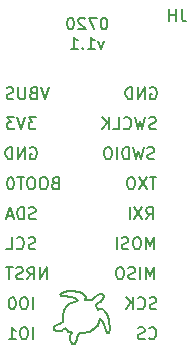
<source format=gbr>
%TF.GenerationSoftware,KiCad,Pcbnew,(5.1.5-0-10_14)*%
%TF.CreationDate,2020-02-16T20:03:40+10:00*%
%TF.ProjectId,turtleboard,74757274-6c65-4626-9f61-72642e6b6963,rev?*%
%TF.SameCoordinates,Original*%
%TF.FileFunction,Legend,Bot*%
%TF.FilePolarity,Positive*%
%FSLAX46Y46*%
G04 Gerber Fmt 4.6, Leading zero omitted, Abs format (unit mm)*
G04 Created by KiCad (PCBNEW (5.1.5-0-10_14)) date 2020-02-16 20:03:40*
%MOMM*%
%LPD*%
G04 APERTURE LIST*
%ADD10C,0.150000*%
%ADD11C,0.200000*%
G04 APERTURE END LIST*
D10*
X209525904Y-104544761D02*
X209383047Y-104592380D01*
X209144952Y-104592380D01*
X209049714Y-104544761D01*
X209002095Y-104497142D01*
X208954476Y-104401904D01*
X208954476Y-104306666D01*
X209002095Y-104211428D01*
X209049714Y-104163809D01*
X209144952Y-104116190D01*
X209335428Y-104068571D01*
X209430666Y-104020952D01*
X209478285Y-103973333D01*
X209525904Y-103878095D01*
X209525904Y-103782857D01*
X209478285Y-103687619D01*
X209430666Y-103640000D01*
X209335428Y-103592380D01*
X209097333Y-103592380D01*
X208954476Y-103640000D01*
X208621142Y-103592380D02*
X208383047Y-104592380D01*
X208192571Y-103878095D01*
X208002095Y-104592380D01*
X207764000Y-103592380D01*
X206811619Y-104497142D02*
X206859238Y-104544761D01*
X207002095Y-104592380D01*
X207097333Y-104592380D01*
X207240190Y-104544761D01*
X207335428Y-104449523D01*
X207383047Y-104354285D01*
X207430666Y-104163809D01*
X207430666Y-104020952D01*
X207383047Y-103830476D01*
X207335428Y-103735238D01*
X207240190Y-103640000D01*
X207097333Y-103592380D01*
X207002095Y-103592380D01*
X206859238Y-103640000D01*
X206811619Y-103687619D01*
X205906857Y-104592380D02*
X206383047Y-104592380D01*
X206383047Y-103592380D01*
X205573523Y-104592380D02*
X205573523Y-103592380D01*
X205002095Y-104592380D02*
X205430666Y-104020952D01*
X205002095Y-103592380D02*
X205573523Y-104163809D01*
X209383047Y-107084761D02*
X209240190Y-107132380D01*
X209002095Y-107132380D01*
X208906857Y-107084761D01*
X208859238Y-107037142D01*
X208811619Y-106941904D01*
X208811619Y-106846666D01*
X208859238Y-106751428D01*
X208906857Y-106703809D01*
X209002095Y-106656190D01*
X209192571Y-106608571D01*
X209287809Y-106560952D01*
X209335428Y-106513333D01*
X209383047Y-106418095D01*
X209383047Y-106322857D01*
X209335428Y-106227619D01*
X209287809Y-106180000D01*
X209192571Y-106132380D01*
X208954476Y-106132380D01*
X208811619Y-106180000D01*
X208478285Y-106132380D02*
X208240190Y-107132380D01*
X208049714Y-106418095D01*
X207859238Y-107132380D01*
X207621142Y-106132380D01*
X207240190Y-107132380D02*
X207240190Y-106132380D01*
X207002095Y-106132380D01*
X206859238Y-106180000D01*
X206764000Y-106275238D01*
X206716380Y-106370476D01*
X206668761Y-106560952D01*
X206668761Y-106703809D01*
X206716380Y-106894285D01*
X206764000Y-106989523D01*
X206859238Y-107084761D01*
X207002095Y-107132380D01*
X207240190Y-107132380D01*
X206240190Y-107132380D02*
X206240190Y-106132380D01*
X205573523Y-106132380D02*
X205383047Y-106132380D01*
X205287809Y-106180000D01*
X205192571Y-106275238D01*
X205144952Y-106465714D01*
X205144952Y-106799047D01*
X205192571Y-106989523D01*
X205287809Y-107084761D01*
X205383047Y-107132380D01*
X205573523Y-107132380D01*
X205668761Y-107084761D01*
X205764000Y-106989523D01*
X205811619Y-106799047D01*
X205811619Y-106465714D01*
X205764000Y-106275238D01*
X205668761Y-106180000D01*
X205573523Y-106132380D01*
X211708952Y-94448380D02*
X211708952Y-95162666D01*
X211756571Y-95305523D01*
X211851809Y-95400761D01*
X211994666Y-95448380D01*
X212089904Y-95448380D01*
X211232761Y-95448380D02*
X211232761Y-94448380D01*
X211232761Y-94924571D02*
X210661333Y-94924571D01*
X210661333Y-95448380D02*
X210661333Y-94448380D01*
X205184190Y-95147380D02*
X205088952Y-95147380D01*
X204993714Y-95195000D01*
X204946095Y-95242619D01*
X204898476Y-95337857D01*
X204850857Y-95528333D01*
X204850857Y-95766428D01*
X204898476Y-95956904D01*
X204946095Y-96052142D01*
X204993714Y-96099761D01*
X205088952Y-96147380D01*
X205184190Y-96147380D01*
X205279428Y-96099761D01*
X205327047Y-96052142D01*
X205374666Y-95956904D01*
X205422285Y-95766428D01*
X205422285Y-95528333D01*
X205374666Y-95337857D01*
X205327047Y-95242619D01*
X205279428Y-95195000D01*
X205184190Y-95147380D01*
X204517523Y-95147380D02*
X203850857Y-95147380D01*
X204279428Y-96147380D01*
X203517523Y-95242619D02*
X203469904Y-95195000D01*
X203374666Y-95147380D01*
X203136571Y-95147380D01*
X203041333Y-95195000D01*
X202993714Y-95242619D01*
X202946095Y-95337857D01*
X202946095Y-95433095D01*
X202993714Y-95575952D01*
X203565142Y-96147380D01*
X202946095Y-96147380D01*
X202327047Y-95147380D02*
X202231809Y-95147380D01*
X202136571Y-95195000D01*
X202088952Y-95242619D01*
X202041333Y-95337857D01*
X201993714Y-95528333D01*
X201993714Y-95766428D01*
X202041333Y-95956904D01*
X202088952Y-96052142D01*
X202136571Y-96099761D01*
X202231809Y-96147380D01*
X202327047Y-96147380D01*
X202422285Y-96099761D01*
X202469904Y-96052142D01*
X202517523Y-95956904D01*
X202565142Y-95766428D01*
X202565142Y-95528333D01*
X202517523Y-95337857D01*
X202469904Y-95242619D01*
X202422285Y-95195000D01*
X202327047Y-95147380D01*
X205136571Y-97130714D02*
X204898476Y-97797380D01*
X204660380Y-97130714D01*
X203755619Y-97797380D02*
X204327047Y-97797380D01*
X204041333Y-97797380D02*
X204041333Y-96797380D01*
X204136571Y-96940238D01*
X204231809Y-97035476D01*
X204327047Y-97083095D01*
X203327047Y-97702142D02*
X203279428Y-97749761D01*
X203327047Y-97797380D01*
X203374666Y-97749761D01*
X203327047Y-97702142D01*
X203327047Y-97797380D01*
X202327047Y-97797380D02*
X202898476Y-97797380D01*
X202612761Y-97797380D02*
X202612761Y-96797380D01*
X202708000Y-96940238D01*
X202803238Y-97035476D01*
X202898476Y-97083095D01*
D11*
X202878750Y-119076530D02*
X202889160Y-119093570D01*
X202838430Y-119031130D02*
X202878750Y-119076530D01*
X202766759Y-118974640D02*
X202838430Y-119031130D01*
X202674690Y-118923550D02*
X202766759Y-118974640D01*
X202562810Y-118877320D02*
X202674690Y-118923550D01*
X202431630Y-118835380D02*
X202562810Y-118877320D01*
X202281730Y-118797240D02*
X202431630Y-118835380D01*
X202113720Y-118762300D02*
X202281730Y-118797240D01*
X201974610Y-118737500D02*
X202113720Y-118762300D01*
X201928110Y-118730130D02*
X201974610Y-118737500D01*
X201544270Y-118688350D02*
X201928110Y-118730130D01*
X201519910Y-118678910D02*
X201544270Y-118688350D01*
X201453230Y-118634420D02*
X201519910Y-118678910D01*
X201425510Y-118574050D02*
X201453230Y-118634420D01*
X201456050Y-118514690D02*
X201425510Y-118574050D01*
X201517410Y-118472850D02*
X201456050Y-118514690D01*
X201539870Y-118463740D02*
X201517410Y-118472850D01*
X201611220Y-118439820D02*
X201539870Y-118463740D01*
X201829370Y-118380250D02*
X201611220Y-118439820D01*
X202102050Y-118328810D02*
X201829370Y-118380250D01*
X202358770Y-118307770D02*
X202102050Y-118328810D01*
X202600370Y-118315520D02*
X202358770Y-118307770D01*
X202827750Y-118350350D02*
X202600370Y-118315520D01*
X203041769Y-118410680D02*
X202827750Y-118350350D01*
X203243270Y-118494840D02*
X203041769Y-118410680D01*
X203387260Y-118572090D02*
X203243270Y-118494840D01*
X203433160Y-118601170D02*
X203387260Y-118572090D01*
X203462680Y-118626990D02*
X203433160Y-118601170D01*
X203537430Y-118720310D02*
X203462680Y-118626990D01*
X203575790Y-118826320D02*
X203537430Y-118720310D01*
X203572590Y-118924090D02*
X203575790Y-118826320D01*
X203557450Y-118994880D02*
X203572590Y-118924090D01*
X203552300Y-119018490D02*
X203557450Y-118994880D01*
X203605950Y-119031500D02*
X203552300Y-119018490D01*
X203770450Y-119056890D02*
X203605950Y-119031500D01*
X203956270Y-119057820D02*
X203770450Y-119056890D01*
X204108400Y-119019680D02*
X203956270Y-119057820D01*
X204201160Y-118965530D02*
X204108400Y-119019680D01*
X204225690Y-118941060D02*
X204201160Y-118965530D01*
X204450680Y-118741250D02*
X204225690Y-118941060D01*
X204486430Y-118715270D02*
X204450680Y-118741250D01*
X204657380Y-118615210D02*
X204486430Y-118715270D01*
X204816370Y-118559930D02*
X204657380Y-118615210D01*
X204846170Y-118556410D02*
X204816370Y-118559930D01*
X204864770Y-118558630D02*
X204846170Y-118556410D01*
X204920270Y-118568390D02*
X204864770Y-118558630D01*
X204976670Y-118583640D02*
X204920270Y-118568390D01*
X205019070Y-118601320D02*
X204976670Y-118583640D01*
X205043770Y-118615380D02*
X205019070Y-118601320D01*
X205051570Y-118620810D02*
X205043770Y-118615380D01*
X205070970Y-118636600D02*
X205051570Y-118620810D01*
X205118370Y-118697570D02*
X205070970Y-118636600D01*
X205135070Y-118771090D02*
X205118370Y-118697570D01*
X205115570Y-118842160D02*
X205135070Y-118771090D01*
X205085670Y-118895170D02*
X205115570Y-118842160D01*
X205074270Y-118911820D02*
X205085670Y-118895170D01*
X205059570Y-118935530D02*
X205074270Y-118911820D01*
X205013470Y-119005520D02*
X205059570Y-118935530D01*
X204961670Y-119076870D02*
X205013470Y-119005520D01*
X204917570Y-119129660D02*
X204961670Y-119076870D01*
X204879270Y-119167680D02*
X204917570Y-119129660D01*
X204845470Y-119194870D02*
X204879270Y-119167680D01*
X204814470Y-119214991D02*
X204845470Y-119194870D01*
X204784870Y-119231870D02*
X204814470Y-119214991D01*
X204762370Y-119244780D02*
X204784870Y-119231870D01*
X204755070Y-119249390D02*
X204762370Y-119244780D01*
X204721870Y-119263931D02*
X204755070Y-119249390D01*
X204626190Y-119315960D02*
X204721870Y-119263931D01*
X204535310Y-119385410D02*
X204626190Y-119315960D01*
X204481500Y-119457730D02*
X204535310Y-119385410D01*
X204463910Y-119514090D02*
X204481500Y-119457730D01*
X204464020Y-119532870D02*
X204463910Y-119514090D01*
X204649730Y-119863050D02*
X204464020Y-119532870D01*
X204658800Y-119853930D02*
X204649730Y-119863050D01*
X204690770Y-119831310D02*
X204658800Y-119853930D01*
X204739770Y-119810640D02*
X204690770Y-119831310D01*
X204796570Y-119801030D02*
X204739770Y-119810640D01*
X204845270Y-119800940D02*
X204796570Y-119801030D01*
X204861370Y-119802560D02*
X204845270Y-119800940D01*
X204893770Y-119800340D02*
X204861370Y-119802560D01*
X204993470Y-119827190D02*
X204893770Y-119800340D01*
X205120870Y-119914810D02*
X204993470Y-119827190D01*
X205240470Y-120058420D02*
X205120870Y-119914810D01*
X205349370Y-120251070D02*
X205240470Y-120058420D01*
X205444270Y-120485820D02*
X205349370Y-120251070D01*
X205522270Y-120755740D02*
X205444270Y-120485820D01*
X205580270Y-121053910D02*
X205522270Y-120755740D01*
X205609870Y-121293280D02*
X205580270Y-121053910D01*
X205615370Y-121373350D02*
X205609870Y-121293280D01*
X205614770Y-121425820D02*
X205615370Y-121373350D01*
X205601470Y-121583270D02*
X205614770Y-121425820D01*
X205566270Y-121730130D02*
X205601470Y-121583270D01*
X205511370Y-121818560D02*
X205566270Y-121730130D01*
X205457170Y-121851120D02*
X205511370Y-121818560D01*
X205438170Y-121853340D02*
X205457170Y-121851120D01*
X205418770Y-121847370D02*
X205438170Y-121853340D01*
X205367670Y-121806570D02*
X205418770Y-121847370D01*
X205312370Y-121713250D02*
X205367670Y-121806570D01*
X205272470Y-121572140D02*
X205312370Y-121713250D01*
X205252170Y-121429730D02*
X205272470Y-121572140D01*
X205248670Y-121382030D02*
X205252170Y-121429730D01*
X205229170Y-121318341D02*
X205248670Y-121382030D01*
X205157170Y-121131430D02*
X205229170Y-121318341D01*
X205046470Y-120909710D02*
X205157170Y-121131430D01*
X204917370Y-120715050D02*
X205046470Y-120909710D01*
X204810270Y-120585550D02*
X204917370Y-120715050D01*
X204771170Y-120545770D02*
X204810270Y-120585550D01*
X204769370Y-120596230D02*
X204771170Y-120545770D01*
X204759670Y-120747550D02*
X204769370Y-120596230D01*
X204743570Y-120869930D02*
X204759670Y-120747550D01*
X204723770Y-120931240D02*
X204743570Y-120869930D01*
X204707570Y-120948820D02*
X204723770Y-120931240D01*
X204701570Y-120949640D02*
X204707570Y-120948820D01*
X204690570Y-120994070D02*
X204701570Y-120949640D01*
X204646370Y-121124710D02*
X204690570Y-120994070D01*
X204589510Y-121226550D02*
X204646370Y-121124710D01*
X204531470Y-121277000D02*
X204589510Y-121226550D01*
X204487790Y-121294590D02*
X204531470Y-121277000D01*
X204472700Y-121298100D02*
X204487790Y-121294590D01*
X204455340Y-121323060D02*
X204472700Y-121298100D01*
X204400810Y-121396370D02*
X204455340Y-121323060D01*
X204342010Y-121466620D02*
X204400810Y-121396370D01*
X204294220Y-121513230D02*
X204342010Y-121466620D01*
X204255430Y-121540560D02*
X204294220Y-121513230D01*
X204223580Y-121552880D02*
X204255430Y-121540560D01*
X204196660Y-121554620D02*
X204223580Y-121552880D01*
X204172690Y-121550120D02*
X204196660Y-121554620D01*
X204155380Y-121545230D02*
X204172690Y-121550120D01*
X204149620Y-121543770D02*
X204155380Y-121545230D01*
X204119680Y-121571550D02*
X204149620Y-121543770D01*
X204026260Y-121651030D02*
X204119680Y-121571550D01*
X203917580Y-121725840D02*
X204026260Y-121651030D01*
X203828440Y-121757740D02*
X203917580Y-121725840D01*
X203774300Y-121747060D02*
X203828440Y-121757740D01*
X203763610Y-121736250D02*
X203774300Y-121747060D01*
X203738720Y-121750420D02*
X203763610Y-121736250D01*
X203663250Y-121791430D02*
X203738720Y-121750420D01*
X203563040Y-121833810D02*
X203663250Y-121791430D01*
X203463000Y-121850140D02*
X203563040Y-121833810D01*
X203385840Y-121837880D02*
X203463000Y-121850140D01*
X203363270Y-121827240D02*
X203385840Y-121837880D01*
X203341690Y-121837120D02*
X203363270Y-121827240D01*
X203272340Y-121856810D02*
X203341690Y-121837120D01*
X203177730Y-121868640D02*
X203272340Y-121856810D01*
X203080680Y-121868910D02*
X203177730Y-121868640D01*
X203007049Y-121865270D02*
X203080680Y-121868910D01*
X202982580Y-121863920D02*
X203007049Y-121865270D01*
X202894800Y-122117880D02*
X202982580Y-121863920D01*
X202880370Y-122182660D02*
X202894800Y-122117880D01*
X202832359Y-122376070D02*
X202880370Y-122182660D01*
X202771590Y-122575398D02*
X202832359Y-122376070D01*
X202712720Y-122704738D02*
X202771590Y-122575398D01*
X202671110Y-122751938D02*
X202712720Y-122704738D01*
X202656190Y-122753078D02*
X202671110Y-122751938D01*
X202635090Y-122767509D02*
X202656190Y-122753078D01*
X202566400Y-122802991D02*
X202635090Y-122767509D01*
X202495760Y-122813788D02*
X202566400Y-122802991D01*
X202447630Y-122778414D02*
X202495760Y-122813788D01*
X202427020Y-122712334D02*
X202447630Y-122778414D01*
X202425510Y-122689981D02*
X202427020Y-122712334D01*
X202410090Y-122683471D02*
X202425510Y-122689981D01*
X202368050Y-122654066D02*
X202410090Y-122683471D01*
X202322150Y-122588093D02*
X202368050Y-122654066D01*
X202293400Y-122477145D02*
X202322150Y-122588093D01*
X202285970Y-122348889D02*
X202293400Y-122477145D01*
X202287540Y-122306350D02*
X202285970Y-122348889D01*
X202238380Y-122212770D02*
X202287540Y-122306350D01*
X202234150Y-122203110D02*
X202238380Y-122212770D01*
X202241630Y-122162150D02*
X202234150Y-122203110D01*
X202275610Y-122069760D02*
X202241630Y-122162150D01*
X202338480Y-121938030D02*
X202275610Y-122069760D01*
X202405430Y-121811180D02*
X202338480Y-121938030D01*
X202428540Y-121769410D02*
X202405430Y-121811180D01*
X202407700Y-121769730D02*
X202428540Y-121769410D01*
X202345260Y-121770600D02*
X202407700Y-121769730D01*
X202263400Y-121768270D02*
X202345260Y-121770600D01*
X202184940Y-121757680D02*
X202263400Y-121768270D01*
X202111810Y-121734250D02*
X202184940Y-121757680D01*
X202045950Y-121693070D02*
X202111810Y-121734250D01*
X201989260Y-121629600D02*
X202045950Y-121693070D01*
X201943680Y-121539050D02*
X201989260Y-121629600D01*
X201916770Y-121447740D02*
X201943680Y-121539050D01*
X201911180Y-121416710D02*
X201916770Y-121447740D01*
X201884930Y-121437700D02*
X201911180Y-121416710D01*
X201605520Y-121633880D02*
X201884930Y-121437700D01*
X201575520Y-121651780D02*
X201605520Y-121633880D01*
X201572050Y-121656390D02*
X201575520Y-121651780D01*
X201557340Y-121667200D02*
X201572050Y-121656390D01*
X201533410Y-121675820D02*
X201557340Y-121667200D01*
X201506180Y-121678750D02*
X201533410Y-121675820D01*
X201478190Y-121676960D02*
X201506180Y-121678750D01*
X201452040Y-121671530D02*
X201478190Y-121676960D01*
X201430180Y-121663560D02*
X201452040Y-121671530D01*
X201415200Y-121654120D02*
X201430180Y-121663560D01*
X201409660Y-121646740D02*
X201415200Y-121654120D01*
X201409660Y-121644300D02*
X201409660Y-121646740D01*
X201377550Y-121652660D02*
X201409660Y-121644300D01*
X201279080Y-121669910D02*
X201377550Y-121652660D01*
X201168400Y-121672300D02*
X201279080Y-121669910D01*
X201079540Y-121649190D02*
X201168400Y-121672300D01*
X201669540Y-120844230D02*
X201676000Y-120904000D01*
X201658300Y-120663990D02*
X201669540Y-120844230D01*
X201658800Y-120448710D02*
X201658300Y-120663990D01*
X201027010Y-121614030D02*
X201079540Y-121649190D01*
X201014430Y-121598410D02*
X201027010Y-121614030D01*
X200990180Y-121596020D02*
X201014430Y-121598410D01*
X201676220Y-120256490D02*
X201658800Y-120448710D01*
X201709360Y-120085550D02*
X201676220Y-120256490D01*
X201757000Y-119934340D02*
X201709360Y-120085550D01*
X201817930Y-119801140D02*
X201757000Y-119934340D01*
X202169480Y-119415240D02*
X202067870Y-119493050D01*
X202278260Y-119347100D02*
X202169480Y-119415240D01*
X202392950Y-119287050D02*
X202278260Y-119347100D01*
X200919050Y-121572310D02*
X200990180Y-121596020D01*
X200874180Y-121519350D02*
X200919050Y-121572310D01*
X200875700Y-121441660D02*
X200874180Y-121519350D01*
X200905970Y-121365120D02*
X200875700Y-121441660D01*
X200919540Y-121341560D02*
X200905970Y-121365120D01*
X200934680Y-121321490D02*
X200919540Y-121341560D01*
X200988660Y-121267670D02*
X200934680Y-121321490D01*
X201072430Y-121204850D02*
X200988660Y-121267670D01*
X201167090Y-121150320D02*
X201072430Y-121204850D01*
X202512260Y-119233270D02*
X202392950Y-119287050D01*
X202635040Y-119184170D02*
X202512260Y-119233270D01*
X202886010Y-119093350D02*
X202854480Y-119104480D01*
X201890840Y-119684340D02*
X201817930Y-119801140D01*
X201974550Y-119582180D02*
X201890840Y-119684340D01*
X202067870Y-119493050D02*
X201974550Y-119582180D01*
X202760040Y-119138060D02*
X202635040Y-119184170D01*
X202854480Y-119104480D02*
X202760040Y-119138060D01*
X201269040Y-121101230D02*
X201167090Y-121150320D01*
X201374560Y-121054890D02*
X201269040Y-121101230D01*
X201480040Y-121008390D02*
X201374560Y-121054890D01*
X201581700Y-120959020D02*
X201480040Y-121008390D01*
X201653200Y-120918990D02*
X201581700Y-120959020D01*
X201676000Y-120904000D02*
X201653200Y-120918990D01*
D10*
X200461333Y-101052380D02*
X200128000Y-102052380D01*
X199794666Y-101052380D01*
X199128000Y-101528571D02*
X198985142Y-101576190D01*
X198937523Y-101623809D01*
X198889904Y-101719047D01*
X198889904Y-101861904D01*
X198937523Y-101957142D01*
X198985142Y-102004761D01*
X199080380Y-102052380D01*
X199461333Y-102052380D01*
X199461333Y-101052380D01*
X199128000Y-101052380D01*
X199032761Y-101100000D01*
X198985142Y-101147619D01*
X198937523Y-101242857D01*
X198937523Y-101338095D01*
X198985142Y-101433333D01*
X199032761Y-101480952D01*
X199128000Y-101528571D01*
X199461333Y-101528571D01*
X198461333Y-101052380D02*
X198461333Y-101861904D01*
X198413714Y-101957142D01*
X198366095Y-102004761D01*
X198270857Y-102052380D01*
X198080380Y-102052380D01*
X197985142Y-102004761D01*
X197937523Y-101957142D01*
X197889904Y-101861904D01*
X197889904Y-101052380D01*
X197461333Y-102004761D02*
X197318476Y-102052380D01*
X197080380Y-102052380D01*
X196985142Y-102004761D01*
X196937523Y-101957142D01*
X196889904Y-101861904D01*
X196889904Y-101766666D01*
X196937523Y-101671428D01*
X196985142Y-101623809D01*
X197080380Y-101576190D01*
X197270857Y-101528571D01*
X197366095Y-101480952D01*
X197413714Y-101433333D01*
X197461333Y-101338095D01*
X197461333Y-101242857D01*
X197413714Y-101147619D01*
X197366095Y-101100000D01*
X197270857Y-101052380D01*
X197032761Y-101052380D01*
X196889904Y-101100000D01*
X209041904Y-101100000D02*
X209137142Y-101052380D01*
X209280000Y-101052380D01*
X209422857Y-101100000D01*
X209518095Y-101195238D01*
X209565714Y-101290476D01*
X209613333Y-101480952D01*
X209613333Y-101623809D01*
X209565714Y-101814285D01*
X209518095Y-101909523D01*
X209422857Y-102004761D01*
X209280000Y-102052380D01*
X209184761Y-102052380D01*
X209041904Y-102004761D01*
X208994285Y-101957142D01*
X208994285Y-101623809D01*
X209184761Y-101623809D01*
X208565714Y-102052380D02*
X208565714Y-101052380D01*
X207994285Y-102052380D01*
X207994285Y-101052380D01*
X207518095Y-102052380D02*
X207518095Y-101052380D01*
X207280000Y-101052380D01*
X207137142Y-101100000D01*
X207041904Y-101195238D01*
X206994285Y-101290476D01*
X206946666Y-101480952D01*
X206946666Y-101623809D01*
X206994285Y-101814285D01*
X207041904Y-101909523D01*
X207137142Y-102004761D01*
X207280000Y-102052380D01*
X207518095Y-102052380D01*
X199120000Y-122372380D02*
X199120000Y-121372380D01*
X198453333Y-121372380D02*
X198262857Y-121372380D01*
X198167619Y-121420000D01*
X198072380Y-121515238D01*
X198024761Y-121705714D01*
X198024761Y-122039047D01*
X198072380Y-122229523D01*
X198167619Y-122324761D01*
X198262857Y-122372380D01*
X198453333Y-122372380D01*
X198548571Y-122324761D01*
X198643809Y-122229523D01*
X198691428Y-122039047D01*
X198691428Y-121705714D01*
X198643809Y-121515238D01*
X198548571Y-121420000D01*
X198453333Y-121372380D01*
X197072380Y-122372380D02*
X197643809Y-122372380D01*
X197358095Y-122372380D02*
X197358095Y-121372380D01*
X197453333Y-121515238D01*
X197548571Y-121610476D01*
X197643809Y-121658095D01*
X209565714Y-108672380D02*
X208994285Y-108672380D01*
X209280000Y-109672380D02*
X209280000Y-108672380D01*
X208756190Y-108672380D02*
X208089523Y-109672380D01*
X208089523Y-108672380D02*
X208756190Y-109672380D01*
X207518095Y-108672380D02*
X207327619Y-108672380D01*
X207232380Y-108720000D01*
X207137142Y-108815238D01*
X207089523Y-109005714D01*
X207089523Y-109339047D01*
X207137142Y-109529523D01*
X207232380Y-109624761D01*
X207327619Y-109672380D01*
X207518095Y-109672380D01*
X207613333Y-109624761D01*
X207708571Y-109529523D01*
X207756190Y-109339047D01*
X207756190Y-109005714D01*
X207708571Y-108815238D01*
X207613333Y-108720000D01*
X207518095Y-108672380D01*
X208684761Y-112212380D02*
X209018095Y-111736190D01*
X209256190Y-112212380D02*
X209256190Y-111212380D01*
X208875238Y-111212380D01*
X208780000Y-111260000D01*
X208732380Y-111307619D01*
X208684761Y-111402857D01*
X208684761Y-111545714D01*
X208732380Y-111640952D01*
X208780000Y-111688571D01*
X208875238Y-111736190D01*
X209256190Y-111736190D01*
X208351428Y-111212380D02*
X207684761Y-112212380D01*
X207684761Y-111212380D02*
X208351428Y-112212380D01*
X207303809Y-112212380D02*
X207303809Y-111212380D01*
X209343428Y-114752380D02*
X209343428Y-113752380D01*
X209010095Y-114466666D01*
X208676761Y-113752380D01*
X208676761Y-114752380D01*
X208010095Y-113752380D02*
X207819619Y-113752380D01*
X207724380Y-113800000D01*
X207629142Y-113895238D01*
X207581523Y-114085714D01*
X207581523Y-114419047D01*
X207629142Y-114609523D01*
X207724380Y-114704761D01*
X207819619Y-114752380D01*
X208010095Y-114752380D01*
X208105333Y-114704761D01*
X208200571Y-114609523D01*
X208248190Y-114419047D01*
X208248190Y-114085714D01*
X208200571Y-113895238D01*
X208105333Y-113800000D01*
X208010095Y-113752380D01*
X207200571Y-114704761D02*
X207057714Y-114752380D01*
X206819619Y-114752380D01*
X206724380Y-114704761D01*
X206676761Y-114657142D01*
X206629142Y-114561904D01*
X206629142Y-114466666D01*
X206676761Y-114371428D01*
X206724380Y-114323809D01*
X206819619Y-114276190D01*
X207010095Y-114228571D01*
X207105333Y-114180952D01*
X207152952Y-114133333D01*
X207200571Y-114038095D01*
X207200571Y-113942857D01*
X207152952Y-113847619D01*
X207105333Y-113800000D01*
X207010095Y-113752380D01*
X206772000Y-113752380D01*
X206629142Y-113800000D01*
X206200571Y-114752380D02*
X206200571Y-113752380D01*
X209343428Y-117292380D02*
X209343428Y-116292380D01*
X209010095Y-117006666D01*
X208676761Y-116292380D01*
X208676761Y-117292380D01*
X208200571Y-117292380D02*
X208200571Y-116292380D01*
X207772000Y-117244761D02*
X207629142Y-117292380D01*
X207391047Y-117292380D01*
X207295809Y-117244761D01*
X207248190Y-117197142D01*
X207200571Y-117101904D01*
X207200571Y-117006666D01*
X207248190Y-116911428D01*
X207295809Y-116863809D01*
X207391047Y-116816190D01*
X207581523Y-116768571D01*
X207676761Y-116720952D01*
X207724380Y-116673333D01*
X207772000Y-116578095D01*
X207772000Y-116482857D01*
X207724380Y-116387619D01*
X207676761Y-116340000D01*
X207581523Y-116292380D01*
X207343428Y-116292380D01*
X207200571Y-116340000D01*
X206581523Y-116292380D02*
X206391047Y-116292380D01*
X206295809Y-116340000D01*
X206200571Y-116435238D01*
X206152952Y-116625714D01*
X206152952Y-116959047D01*
X206200571Y-117149523D01*
X206295809Y-117244761D01*
X206391047Y-117292380D01*
X206581523Y-117292380D01*
X206676761Y-117244761D01*
X206772000Y-117149523D01*
X206819619Y-116959047D01*
X206819619Y-116625714D01*
X206772000Y-116435238D01*
X206676761Y-116340000D01*
X206581523Y-116292380D01*
X209565714Y-119784761D02*
X209422857Y-119832380D01*
X209184761Y-119832380D01*
X209089523Y-119784761D01*
X209041904Y-119737142D01*
X208994285Y-119641904D01*
X208994285Y-119546666D01*
X209041904Y-119451428D01*
X209089523Y-119403809D01*
X209184761Y-119356190D01*
X209375238Y-119308571D01*
X209470476Y-119260952D01*
X209518095Y-119213333D01*
X209565714Y-119118095D01*
X209565714Y-119022857D01*
X209518095Y-118927619D01*
X209470476Y-118880000D01*
X209375238Y-118832380D01*
X209137142Y-118832380D01*
X208994285Y-118880000D01*
X207994285Y-119737142D02*
X208041904Y-119784761D01*
X208184761Y-119832380D01*
X208280000Y-119832380D01*
X208422857Y-119784761D01*
X208518095Y-119689523D01*
X208565714Y-119594285D01*
X208613333Y-119403809D01*
X208613333Y-119260952D01*
X208565714Y-119070476D01*
X208518095Y-118975238D01*
X208422857Y-118880000D01*
X208280000Y-118832380D01*
X208184761Y-118832380D01*
X208041904Y-118880000D01*
X207994285Y-118927619D01*
X207565714Y-119832380D02*
X207565714Y-118832380D01*
X206994285Y-119832380D02*
X207422857Y-119260952D01*
X206994285Y-118832380D02*
X207565714Y-119403809D01*
X208954666Y-122277142D02*
X209002285Y-122324761D01*
X209145142Y-122372380D01*
X209240380Y-122372380D01*
X209383238Y-122324761D01*
X209478476Y-122229523D01*
X209526095Y-122134285D01*
X209573714Y-121943809D01*
X209573714Y-121800952D01*
X209526095Y-121610476D01*
X209478476Y-121515238D01*
X209383238Y-121420000D01*
X209240380Y-121372380D01*
X209145142Y-121372380D01*
X209002285Y-121420000D01*
X208954666Y-121467619D01*
X208573714Y-122324761D02*
X208430857Y-122372380D01*
X208192761Y-122372380D01*
X208097523Y-122324761D01*
X208049904Y-122277142D01*
X208002285Y-122181904D01*
X208002285Y-122086666D01*
X208049904Y-121991428D01*
X208097523Y-121943809D01*
X208192761Y-121896190D01*
X208383238Y-121848571D01*
X208478476Y-121800952D01*
X208526095Y-121753333D01*
X208573714Y-121658095D01*
X208573714Y-121562857D01*
X208526095Y-121467619D01*
X208478476Y-121420000D01*
X208383238Y-121372380D01*
X208145142Y-121372380D01*
X208002285Y-121420000D01*
X199120000Y-119832380D02*
X199120000Y-118832380D01*
X198453333Y-118832380D02*
X198262857Y-118832380D01*
X198167619Y-118880000D01*
X198072380Y-118975238D01*
X198024761Y-119165714D01*
X198024761Y-119499047D01*
X198072380Y-119689523D01*
X198167619Y-119784761D01*
X198262857Y-119832380D01*
X198453333Y-119832380D01*
X198548571Y-119784761D01*
X198643809Y-119689523D01*
X198691428Y-119499047D01*
X198691428Y-119165714D01*
X198643809Y-118975238D01*
X198548571Y-118880000D01*
X198453333Y-118832380D01*
X197405714Y-118832380D02*
X197310476Y-118832380D01*
X197215238Y-118880000D01*
X197167619Y-118927619D01*
X197120000Y-119022857D01*
X197072380Y-119213333D01*
X197072380Y-119451428D01*
X197120000Y-119641904D01*
X197167619Y-119737142D01*
X197215238Y-119784761D01*
X197310476Y-119832380D01*
X197405714Y-119832380D01*
X197500952Y-119784761D01*
X197548571Y-119737142D01*
X197596190Y-119641904D01*
X197643809Y-119451428D01*
X197643809Y-119213333D01*
X197596190Y-119022857D01*
X197548571Y-118927619D01*
X197500952Y-118880000D01*
X197405714Y-118832380D01*
X200270857Y-117292380D02*
X200270857Y-116292380D01*
X199699428Y-117292380D01*
X199699428Y-116292380D01*
X198651809Y-117292380D02*
X198985142Y-116816190D01*
X199223238Y-117292380D02*
X199223238Y-116292380D01*
X198842285Y-116292380D01*
X198747047Y-116340000D01*
X198699428Y-116387619D01*
X198651809Y-116482857D01*
X198651809Y-116625714D01*
X198699428Y-116720952D01*
X198747047Y-116768571D01*
X198842285Y-116816190D01*
X199223238Y-116816190D01*
X198270857Y-117244761D02*
X198128000Y-117292380D01*
X197889904Y-117292380D01*
X197794666Y-117244761D01*
X197747047Y-117197142D01*
X197699428Y-117101904D01*
X197699428Y-117006666D01*
X197747047Y-116911428D01*
X197794666Y-116863809D01*
X197889904Y-116816190D01*
X198080380Y-116768571D01*
X198175619Y-116720952D01*
X198223238Y-116673333D01*
X198270857Y-116578095D01*
X198270857Y-116482857D01*
X198223238Y-116387619D01*
X198175619Y-116340000D01*
X198080380Y-116292380D01*
X197842285Y-116292380D01*
X197699428Y-116340000D01*
X197413714Y-116292380D02*
X196842285Y-116292380D01*
X197128000Y-117292380D02*
X197128000Y-116292380D01*
X199310476Y-114704761D02*
X199167619Y-114752380D01*
X198929523Y-114752380D01*
X198834285Y-114704761D01*
X198786666Y-114657142D01*
X198739047Y-114561904D01*
X198739047Y-114466666D01*
X198786666Y-114371428D01*
X198834285Y-114323809D01*
X198929523Y-114276190D01*
X199120000Y-114228571D01*
X199215238Y-114180952D01*
X199262857Y-114133333D01*
X199310476Y-114038095D01*
X199310476Y-113942857D01*
X199262857Y-113847619D01*
X199215238Y-113800000D01*
X199120000Y-113752380D01*
X198881904Y-113752380D01*
X198739047Y-113800000D01*
X197739047Y-114657142D02*
X197786666Y-114704761D01*
X197929523Y-114752380D01*
X198024761Y-114752380D01*
X198167619Y-114704761D01*
X198262857Y-114609523D01*
X198310476Y-114514285D01*
X198358095Y-114323809D01*
X198358095Y-114180952D01*
X198310476Y-113990476D01*
X198262857Y-113895238D01*
X198167619Y-113800000D01*
X198024761Y-113752380D01*
X197929523Y-113752380D01*
X197786666Y-113800000D01*
X197739047Y-113847619D01*
X196834285Y-114752380D02*
X197310476Y-114752380D01*
X197310476Y-113752380D01*
X199334285Y-112164761D02*
X199191428Y-112212380D01*
X198953333Y-112212380D01*
X198858095Y-112164761D01*
X198810476Y-112117142D01*
X198762857Y-112021904D01*
X198762857Y-111926666D01*
X198810476Y-111831428D01*
X198858095Y-111783809D01*
X198953333Y-111736190D01*
X199143809Y-111688571D01*
X199239047Y-111640952D01*
X199286666Y-111593333D01*
X199334285Y-111498095D01*
X199334285Y-111402857D01*
X199286666Y-111307619D01*
X199239047Y-111260000D01*
X199143809Y-111212380D01*
X198905714Y-111212380D01*
X198762857Y-111260000D01*
X198334285Y-112212380D02*
X198334285Y-111212380D01*
X198096190Y-111212380D01*
X197953333Y-111260000D01*
X197858095Y-111355238D01*
X197810476Y-111450476D01*
X197762857Y-111640952D01*
X197762857Y-111783809D01*
X197810476Y-111974285D01*
X197858095Y-112069523D01*
X197953333Y-112164761D01*
X198096190Y-112212380D01*
X198334285Y-112212380D01*
X197381904Y-111926666D02*
X196905714Y-111926666D01*
X197477142Y-112212380D02*
X197143809Y-111212380D01*
X196810476Y-112212380D01*
X200969333Y-109148571D02*
X200826476Y-109196190D01*
X200778857Y-109243809D01*
X200731238Y-109339047D01*
X200731238Y-109481904D01*
X200778857Y-109577142D01*
X200826476Y-109624761D01*
X200921714Y-109672380D01*
X201302666Y-109672380D01*
X201302666Y-108672380D01*
X200969333Y-108672380D01*
X200874095Y-108720000D01*
X200826476Y-108767619D01*
X200778857Y-108862857D01*
X200778857Y-108958095D01*
X200826476Y-109053333D01*
X200874095Y-109100952D01*
X200969333Y-109148571D01*
X201302666Y-109148571D01*
X200112190Y-108672380D02*
X199921714Y-108672380D01*
X199826476Y-108720000D01*
X199731238Y-108815238D01*
X199683619Y-109005714D01*
X199683619Y-109339047D01*
X199731238Y-109529523D01*
X199826476Y-109624761D01*
X199921714Y-109672380D01*
X200112190Y-109672380D01*
X200207428Y-109624761D01*
X200302666Y-109529523D01*
X200350285Y-109339047D01*
X200350285Y-109005714D01*
X200302666Y-108815238D01*
X200207428Y-108720000D01*
X200112190Y-108672380D01*
X199064571Y-108672380D02*
X198874095Y-108672380D01*
X198778857Y-108720000D01*
X198683619Y-108815238D01*
X198636000Y-109005714D01*
X198636000Y-109339047D01*
X198683619Y-109529523D01*
X198778857Y-109624761D01*
X198874095Y-109672380D01*
X199064571Y-109672380D01*
X199159809Y-109624761D01*
X199255047Y-109529523D01*
X199302666Y-109339047D01*
X199302666Y-109005714D01*
X199255047Y-108815238D01*
X199159809Y-108720000D01*
X199064571Y-108672380D01*
X198350285Y-108672380D02*
X197778857Y-108672380D01*
X198064571Y-109672380D02*
X198064571Y-108672380D01*
X197255047Y-108672380D02*
X197159809Y-108672380D01*
X197064571Y-108720000D01*
X197016952Y-108767619D01*
X196969333Y-108862857D01*
X196921714Y-109053333D01*
X196921714Y-109291428D01*
X196969333Y-109481904D01*
X197016952Y-109577142D01*
X197064571Y-109624761D01*
X197159809Y-109672380D01*
X197255047Y-109672380D01*
X197350285Y-109624761D01*
X197397904Y-109577142D01*
X197445523Y-109481904D01*
X197493142Y-109291428D01*
X197493142Y-109053333D01*
X197445523Y-108862857D01*
X197397904Y-108767619D01*
X197350285Y-108720000D01*
X197255047Y-108672380D01*
X198881904Y-106180000D02*
X198977142Y-106132380D01*
X199120000Y-106132380D01*
X199262857Y-106180000D01*
X199358095Y-106275238D01*
X199405714Y-106370476D01*
X199453333Y-106560952D01*
X199453333Y-106703809D01*
X199405714Y-106894285D01*
X199358095Y-106989523D01*
X199262857Y-107084761D01*
X199120000Y-107132380D01*
X199024761Y-107132380D01*
X198881904Y-107084761D01*
X198834285Y-107037142D01*
X198834285Y-106703809D01*
X199024761Y-106703809D01*
X198405714Y-107132380D02*
X198405714Y-106132380D01*
X197834285Y-107132380D01*
X197834285Y-106132380D01*
X197358095Y-107132380D02*
X197358095Y-106132380D01*
X197120000Y-106132380D01*
X196977142Y-106180000D01*
X196881904Y-106275238D01*
X196834285Y-106370476D01*
X196786666Y-106560952D01*
X196786666Y-106703809D01*
X196834285Y-106894285D01*
X196881904Y-106989523D01*
X196977142Y-107084761D01*
X197120000Y-107132380D01*
X197358095Y-107132380D01*
X199358095Y-103592380D02*
X198739047Y-103592380D01*
X199072380Y-103973333D01*
X198929523Y-103973333D01*
X198834285Y-104020952D01*
X198786666Y-104068571D01*
X198739047Y-104163809D01*
X198739047Y-104401904D01*
X198786666Y-104497142D01*
X198834285Y-104544761D01*
X198929523Y-104592380D01*
X199215238Y-104592380D01*
X199310476Y-104544761D01*
X199358095Y-104497142D01*
X198453333Y-103592380D02*
X198120000Y-104592380D01*
X197786666Y-103592380D01*
X197548571Y-103592380D02*
X196929523Y-103592380D01*
X197262857Y-103973333D01*
X197120000Y-103973333D01*
X197024761Y-104020952D01*
X196977142Y-104068571D01*
X196929523Y-104163809D01*
X196929523Y-104401904D01*
X196977142Y-104497142D01*
X197024761Y-104544761D01*
X197120000Y-104592380D01*
X197405714Y-104592380D01*
X197500952Y-104544761D01*
X197548571Y-104497142D01*
M02*

</source>
